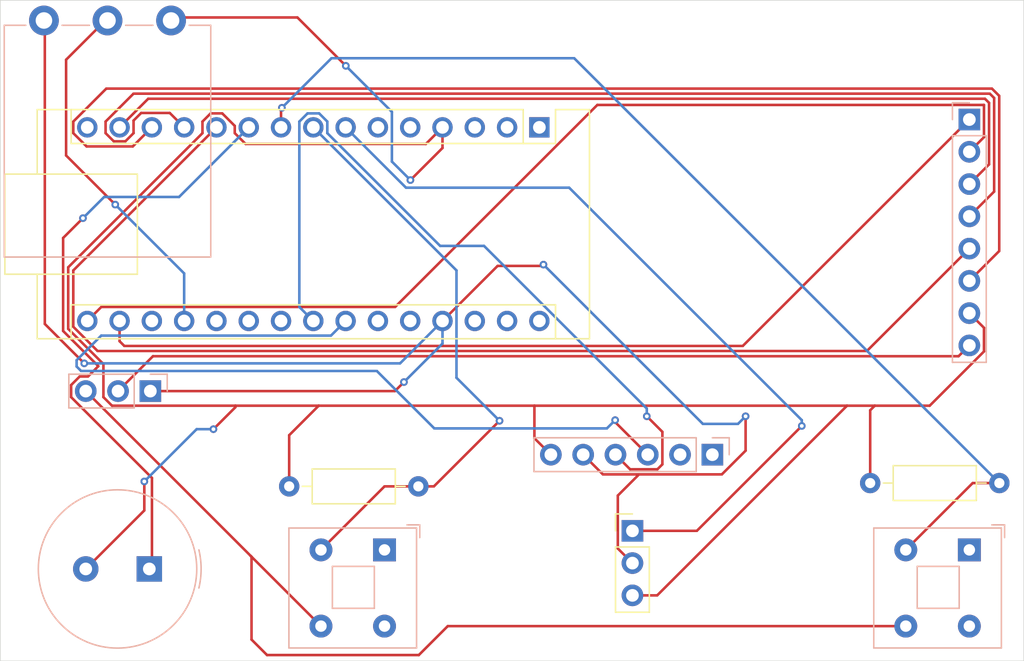
<source format=kicad_pcb>
(kicad_pcb (version 20240108) (generator "pcbnew") (generator_version "8.0")
  (layers (0 "F.Cu" signal) (31 "B.Cu" signal) (34 "B.Paste" user) (35 "F.Paste" user) (36 "B.SilkS" user "B.Silkscreen") (37 "F.SilkS" user "F.Silkscreen") (38 "B.Mask" user) (39 "F.Mask" user) (44 "Edge.Cuts" user))
  (net 0 "")
  (net 1 "Net-(A1-D5)")
  (net 4 "Net-(A1-D9)")
  (net 6 "Net-(A1-D4)")
  (net 7 "Net-(A1-+5V)")
  (net 8 "Net-(A1-D13)")
  (net 12 "Net-(BZ1--)")
  (net 13 "Net-(A1-3V3)")
  (net 15 "Net-(A1-D11)")
  (net 18 "Net-(A1-D10)")
  (net 20 "Net-(A1-D8)")
  (net 21 "Net-(A1-D6)")
  (net 22 "Net-(A1-A4)")
  (net 23 "Net-(A1-A0)")
  (net 25 "Net-(A1-A5)")
  (net 27 "Net-(A1-D7)")
  (net 31 "Net-(J2-Pin_8)")
  (footprint "Module:Arduino_Nano" (layer "F.Cu") (at 153.4 72 -90)
    (property "Reference" "A1" (hide yes))
    (property "Value" "Arduino_Nano_v3.x" (hide yes))
    (fp_line (start 3.68 42.04) (end 3.68 31.62) (stroke (width 0.12)) (layer "F.SilkS"))
    (fp_line (start 11.56 42.04) (end 3.68 42.04) (stroke (width 0.12)) (layer "F.SilkS"))
    (fp_line (start -1.4 39.5) (end 3.68 39.5) (stroke (width 0.12)) (layer "F.SilkS"))
    (fp_line (start 16.64 39.5) (end 11.56 39.5) (stroke (width 0.12)) (layer "F.SilkS"))
    (fp_line (start 16.64 39.5) (end 16.64 -3.94) (stroke (width 0.12)) (layer "F.SilkS"))
    (fp_line (start 1.27 36.83) (end -1.4 36.83) (stroke (width 0.12)) (layer "F.SilkS"))
    (fp_line (start 13.97 36.83) (end 16.64 36.83) (stroke (width 0.12)) (layer "F.SilkS"))
    (fp_line (start 3.68 31.62) (end 11.56 31.62) (stroke (width 0.12)) (layer "F.SilkS"))
    (fp_line (start 11.56 31.62) (end 11.56 42.04) (stroke (width 0.12)) (layer "F.SilkS"))
    (fp_line (start -1.4 1.27) (end -1.4 39.5) (stroke (width 0.12)) (layer "F.SilkS"))
    (fp_line (start 1.27 1.27) (end 1.27 36.83) (stroke (width 0.12)) (layer "F.SilkS"))
    (fp_line (start 1.27 1.27) (end -1.4 1.27) (stroke (width 0.12)) (layer "F.SilkS"))
    (fp_line (start 1.27 1.27) (end 1.27 -1.27) (stroke (width 0.12)) (layer "F.SilkS"))
    (fp_line (start 1.27 -1.27) (end -1.4 -1.27) (stroke (width 0.12)) (layer "F.SilkS"))
    (fp_line (start 13.97 -1.27) (end 13.97 36.83) (stroke (width 0.12)) (layer "F.SilkS"))
    (fp_line (start 13.97 -1.27) (end 16.64 -1.27) (stroke (width 0.12)) (layer "F.SilkS"))
    (fp_line (start -1.4 -3.94) (end -1.4 -1.27) (stroke (width 0.12)) (layer "F.SilkS"))
    (fp_line (start 16.64 -3.94) (end -1.4 -3.94) (stroke (width 0.12)) (layer "F.SilkS"))
    (pad "1" thru_hole rect (at 0 0 270) (size 1.6 1.6) (drill 1) (layers "*.Cu" "*.Mask"))
    (pad "2" thru_hole oval (at 0 2.54 270) (size 1.6 1.6) (drill 1) (layers "*.Cu" "*.Mask"))
    (pad "3" thru_hole oval (at 0 5.08 270) (size 1.6 1.6) (drill 1) (layers "*.Cu" "*.Mask"))
    (pad "4" thru_hole oval (at 0 7.62 270) (size 1.6 1.6) (drill 1) (layers "*.Cu" "*.Mask") (net 12 "Net-(BZ1--)"))
    (pad "5" thru_hole oval (at 0 10.16 270) (size 1.6 1.6) (drill 1) (layers "*.Cu" "*.Mask"))
    (pad "6" thru_hole oval (at 0 12.7 270) (size 1.6 1.6) (drill 1) (layers "*.Cu" "*.Mask"))
    (pad "7" thru_hole oval (at 0 15.24 270) (size 1.6 1.6) (drill 1) (layers "*.Cu" "*.Mask") (net 6 "Net-(A1-D4)"))
    (pad "8" thru_hole oval (at 0 17.78 270) (size 1.6 1.6) (drill 1) (layers "*.Cu" "*.Mask") (net 1 "Net-(A1-D5)"))
    (pad "9" thru_hole oval (at 0 20.32 270) (size 1.6 1.6) (drill 1) (layers "*.Cu" "*.Mask") (net 21 "Net-(A1-D6)"))
    (pad "10" thru_hole oval (at 0 22.86 270) (size 1.6 1.6) (drill 1) (layers "*.Cu" "*.Mask") (net 27 "Net-(A1-D7)"))
    (pad "11" thru_hole oval (at 0 25.4 270) (size 1.6 1.6) (drill 1) (layers "*.Cu" "*.Mask") (net 20 "Net-(A1-D8)"))
    (pad "12" thru_hole oval (at 0 27.94 270) (size 1.6 1.6) (drill 1) (layers "*.Cu" "*.Mask") (net 4 "Net-(A1-D9)"))
    (pad "13" thru_hole oval (at 0 30.48 270) (size 1.6 1.6) (drill 1) (layers "*.Cu" "*.Mask") (net 18 "Net-(A1-D10)"))
    (pad "14" thru_hole oval (at 0 33.02 270) (size 1.6 1.6) (drill 1) (layers "*.Cu" "*.Mask") (net 15 "Net-(A1-D11)"))
    (pad "15" thru_hole oval (at 0 35.56 270) (size 1.6 1.6) (drill 1) (layers "*.Cu" "*.Mask"))
    (pad "16" thru_hole oval (at 15.24 35.56 270) (size 1.6 1.6) (drill 1) (layers "*.Cu" "*.Mask") (net 8 "Net-(A1-D13)"))
    (pad "17" thru_hole oval (at 15.24 33.02 270) (size 1.6 1.6) (drill 1) (layers "*.Cu" "*.Mask") (net 13 "Net-(A1-3V3)"))
    (pad "18" thru_hole oval (at 15.24 30.48 270) (size 1.6 1.6) (drill 1) (layers "*.Cu" "*.Mask"))
    (pad "19" thru_hole oval (at 15.24 27.94 270) (size 1.6 1.6) (drill 1) (layers "*.Cu" "*.Mask") (net 23 "Net-(A1-A0)"))
    (pad "20" thru_hole oval (at 15.24 25.4 270) (size 1.6 1.6) (drill 1) (layers "*.Cu" "*.Mask"))
    (pad "21" thru_hole oval (at 15.24 22.86 270) (size 1.6 1.6) (drill 1) (layers "*.Cu" "*.Mask"))
    (pad "22" thru_hole oval (at 15.24 20.32 270) (size 1.6 1.6) (drill 1) (layers "*.Cu" "*.Mask"))
    (pad "23" thru_hole oval (at 15.24 17.78 270) (size 1.6 1.6) (drill 1) (layers "*.Cu" "*.Mask") (net 22 "Net-(A1-A4)"))
    (pad "24" thru_hole oval (at 15.24 15.24 270) (size 1.6 1.6) (drill 1) (layers "*.Cu" "*.Mask") (net 25 "Net-(A1-A5)"))
    (pad "25" thru_hole oval (at 15.24 12.7 270) (size 1.6 1.6) (drill 1) (layers "*.Cu" "*.Mask"))
    (pad "26" thru_hole oval (at 15.24 10.16 270) (size 1.6 1.6) (drill 1) (layers "*.Cu" "*.Mask"))
    (pad "27" thru_hole oval (at 15.24 7.62 270) (size 1.6 1.6) (drill 1) (layers "*.Cu" "*.Mask") (net 7 "Net-(A1-+5V)"))
    (pad "28" thru_hole oval (at 15.24 5.08 270) (size 1.6 1.6) (drill 1) (layers "*.Cu" "*.Mask"))
    (pad "29" thru_hole oval (at 15.24 2.54 270) (size 1.6 1.6) (drill 1) (layers "*.Cu" "*.Mask"))
    (pad "30" thru_hole oval (at 15.24 0 270) (size 1.6 1.6) (drill 1) (layers "*.Cu" "*.Mask"))
  )
  (footprint "Connector_PinHeader_2.54mm:PinHeader_1x03_P2.54mm_Vertical" (layer "F.Cu") (at 160.72 103.76)
    (property "Reference" "M1" (hide yes))
    (property "Value" "Motor_Servo" (hide yes))
    (fp_line (start -1.33 -1.33) (end 0 -1.33) (stroke (width 0.12)) (layer "F.SilkS"))
    (fp_line (start -1.33 0) (end -1.33 -1.33) (stroke (width 0.12)) (layer "F.SilkS"))
    (fp_line (start -1.33 1.27) (end -1.33 6.41) (stroke (width 0.12)) (layer "F.SilkS"))
    (fp_line (start -1.33 1.27) (end 1.33 1.27) (stroke (width 0.12)) (layer "F.SilkS"))
    (fp_line (start -1.33 6.41) (end 1.33 6.41) (stroke (width 0.12)) (layer "F.SilkS"))
    (fp_line (start 1.33 1.27) (end 1.33 6.41) (stroke (width 0.12)) (layer "F.SilkS"))
    (pad "1" thru_hole rect (at 0 0) (size 1.7 1.7) (drill 1) (layers "*.Cu" "*.Mask") (net 6 "Net-(A1-D4)"))
    (pad "2" thru_hole oval (at 0 2.54) (size 1.7 1.7) (drill 1) (layers "*.Cu" "*.Mask") (net 7 "Net-(A1-+5V)"))
    (pad "3" thru_hole oval (at 0 5.08) (size 1.7 1.7) (drill 1) (layers "*.Cu" "*.Mask") (net 12 "Net-(BZ1--)"))
  )
  (footprint "Resistor_THT:R_Axial_DIN0207_L6.3mm_D2.5mm_P10.16mm_Horizontal" (layer "F.Cu") (at 133.72 100.26)
    (property "Reference" "R2" (hide yes))
    (property "Value" "10k" (hide yes))
    (fp_line (start 1.04 0) (end 1.81 0) (stroke (width 0.12)) (layer "F.SilkS"))
    (fp_line (start 1.81 -1.37) (end 1.81 1.37) (stroke (width 0.12)) (layer "F.SilkS"))
    (fp_line (start 1.81 1.37) (end 8.35 1.37) (stroke (width 0.12)) (layer "F.SilkS"))
    (fp_line (start 8.35 -1.37) (end 1.81 -1.37) (stroke (width 0.12)) (layer "F.SilkS"))
    (fp_line (start 8.35 1.37) (end 8.35 -1.37) (stroke (width 0.12)) (layer "F.SilkS"))
    (fp_line (start 9.12 0) (end 8.35 0) (stroke (width 0.12)) (layer "F.SilkS"))
    (pad "1" thru_hole circle (at 0 0) (size 1.6 1.6) (drill 0.8) (layers "*.Cu" "*.Mask") (net 12 "Net-(BZ1--)"))
    (pad "2" thru_hole oval (at 10.16 0) (size 1.6 1.6) (drill 0.8) (layers "*.Cu" "*.Mask") (net 1 "Net-(A1-D5)"))
  )
  (footprint "Resistor_THT:R_Axial_DIN0207_L6.3mm_D2.5mm_P10.16mm_Horizontal" (layer "F.Cu") (at 179.42 100)
    (property "Reference" "R1" (hide yes))
    (property "Value" "10k" (hide yes))
    (fp_line (start 1.04 0) (end 1.81 0) (stroke (width 0.12)) (layer "F.SilkS"))
    (fp_line (start 1.81 -1.37) (end 1.81 1.37) (stroke (width 0.12)) (layer "F.SilkS"))
    (fp_line (start 1.81 1.37) (end 8.35 1.37) (stroke (width 0.12)) (layer "F.SilkS"))
    (fp_line (start 8.35 -1.37) (end 1.81 -1.37) (stroke (width 0.12)) (layer "F.SilkS"))
    (fp_line (start 8.35 1.37) (end 8.35 -1.37) (stroke (width 0.12)) (layer "F.SilkS"))
    (fp_line (start 9.12 0) (end 8.35 0) (stroke (width 0.12)) (layer "F.SilkS"))
    (pad "1" thru_hole circle (at 0 0) (size 1.6 1.6) (drill 0.8) (layers "*.Cu" "*.Mask") (net 12 "Net-(BZ1--)"))
    (pad "2" thru_hole oval (at 10.16 0) (size 1.6 1.6) (drill 0.8) (layers "*.Cu" "*.Mask") (net 21 "Net-(A1-D6)"))
  )
  (footprint "Button_Switch_THT:SW_Push_2P1T_Toggle_CK_PVA1xxH1xxxxxxV2" (layer "B.Cu") (at 187.22 105.26 180)
    (property "Reference" "backBtn1" (hide yes))
    (property "Value" "SW_Push" (hide yes))
    (fp_line (start 7.52 1.72) (end 7.52 -7.72) (stroke (width 0.12)) (layer "B.SilkS"))
    (fp_line (start 4.1 -4.6) (end 4.1 -1.3) (stroke (width 0.12)) (layer "B.SilkS"))
    (fp_line (start 0.8 -1.3) (end 4.1 -1.3) (stroke (width 0.12)) (layer "B.SilkS"))
    (fp_line (start 0.8 -4.6) (end 4.1 -4.6) (stroke (width 0.12)) (layer "B.SilkS"))
    (fp_line (start 0.8 -4.6) (end 0.8 -1.3) (stroke (width 0.12)) (layer "B.SilkS"))
    (fp_line (start -2.52 1.72) (end 7.52 1.72) (stroke (width 0.12)) (layer "B.SilkS"))
    (fp_line (start -2.52 1.72) (end -2.52 -7.72) (stroke (width 0.12)) (layer "B.SilkS"))
    (fp_line (start -2.52 -7.72) (end 7.52 -7.72) (stroke (width 0.12)) (layer "B.SilkS"))
    (fp_line (start -2.77 1.97) (end -1.77 1.97) (stroke (width 0.12)) (layer "B.SilkS"))
    (fp_line (start -2.77 1.97) (end -2.77 0.97) (stroke (width 0.12)) (layer "B.SilkS"))
    (pad "1" thru_hole rect (at 0 0 180) (size 1.8 1.8) (drill 0.9) (layers "*.Cu" "*.Mask") (net 7 "Net-(A1-+5V)"))
    (pad "2" thru_hole circle (at 5 0 180) (size 1.8 1.8) (drill 0.9) (layers "*.Cu" "*.Mask") (net 21 "Net-(A1-D6)"))
    (pad "3" thru_hole circle (at 0 -6 180) (size 1.8 1.8) (drill 0.9) (layers "*.Cu" "*.Mask"))
    (pad "4" thru_hole circle (at 5 -6 180) (size 1.8 1.8) (drill 0.9) (layers "*.Cu" "*.Mask"))
  )
  (footprint "Buzzer_Beeper:Buzzer_TDK_PS1240P02BT_D12.2mm_H6.5mm" (layer "B.Cu") (at 122.72 106.76 180)
    (property "Reference" "BZ1" (hide yes))
    (property "Value" "Buzzer" (hide yes))
    (fp_arc (start -3.9 1.5) (mid -4.073431 0) (end -3.9 -1.499999) (stroke (width 0.12)) (layer "B.SilkS"))
    (fp_circle (center 2.5 0) (end 8.73 0) (stroke (width 0.12)) (fill none) (layer "B.SilkS"))
    (pad "1" thru_hole rect (at 0 0 180) (size 2 2) (drill 1) (layers "*.Cu" "*.Mask") (net 27 "Net-(A1-D7)"))
    (pad "2" thru_hole circle (at 5 0 180) (size 2 2) (drill 1) (layers "*.Cu" "*.Mask") (net 12 "Net-(BZ1--)"))
  )
  (footprint "Button_Switch_THT:SW_Push_2P1T_Toggle_CK_PVA1xxH1xxxxxxV2" (layer "B.Cu") (at 141.22 105.26 180)
    (property "Reference" "confirmBtn1" (hide yes))
    (property "Value" "SW_Push" (hide yes))
    (fp_line (start 7.52 1.72) (end 7.52 -7.72) (stroke (width 0.12)) (layer "B.SilkS"))
    (fp_line (start 4.1 -4.6) (end 4.1 -1.3) (stroke (width 0.12)) (layer "B.SilkS"))
    (fp_line (start 0.8 -1.3) (end 4.1 -1.3) (stroke (width 0.12)) (layer "B.SilkS"))
    (fp_line (start 0.8 -4.6) (end 4.1 -4.6) (stroke (width 0.12)) (layer "B.SilkS"))
    (fp_line (start 0.8 -4.6) (end 0.8 -1.3) (stroke (width 0.12)) (layer "B.SilkS"))
    (fp_line (start -2.52 1.72) (end 7.52 1.72) (stroke (width 0.12)) (layer "B.SilkS"))
    (fp_line (start -2.52 1.72) (end -2.52 -7.72) (stroke (width 0.12)) (layer "B.SilkS"))
    (fp_line (start -2.52 -7.72) (end 7.52 -7.72) (stroke (width 0.12)) (layer "B.SilkS"))
    (fp_line (start -2.77 1.97) (end -1.77 1.97) (stroke (width 0.12)) (layer "B.SilkS"))
    (fp_line (start -2.77 1.97) (end -2.77 0.97) (stroke (width 0.12)) (layer "B.SilkS"))
    (pad "1" thru_hole rect (at 0 0 180) (size 1.8 1.8) (drill 0.9) (layers "*.Cu" "*.Mask") (net 7 "Net-(A1-+5V)"))
    (pad "2" thru_hole circle (at 5 0 180) (size 1.8 1.8) (drill 0.9) (layers "*.Cu" "*.Mask") (net 1 "Net-(A1-D5)"))
    (pad "3" thru_hole circle (at 0 -6 180) (size 1.8 1.8) (drill 0.9) (layers "*.Cu" "*.Mask"))
    (pad "4" thru_hole circle (at 5 -6 180) (size 1.8 1.8) (drill 0.9) (layers "*.Cu" "*.Mask"))
  )
  (footprint "Connector_PinSocket_2.54mm:PinSocket_1x03_P2.54mm_Vertical" (layer "B.Cu") (at 122.8 92.76 90)
    (property "Reference" "Toggle-switch1" (hide yes))
    (property "Value" "SW_SPST" (hide yes))
    (fp_line (start 1.33 -6.41) (end -1.33 -6.41) (stroke (width 0.12)) (layer "B.SilkS"))
    (fp_line (start 1.33 -6.41) (end 1.33 -1.27) (stroke (width 0.12)) (layer "B.SilkS"))
    (fp_line (start -1.33 -6.41) (end -1.33 -1.27) (stroke (width 0.12)) (layer "B.SilkS"))
    (fp_line (start 1.33 -1.27) (end -1.33 -1.27) (stroke (width 0.12)) (layer "B.SilkS"))
    (fp_line (start 1.33 0) (end 1.33 1.33) (stroke (width 0.12)) (layer "B.SilkS"))
    (fp_line (start 1.33 1.33) (end 0 1.33) (stroke (width 0.12)) (layer "B.SilkS"))
    (pad "1" thru_hole rect (at 0 0 90) (size 1.7 1.7) (drill 1) (layers "*.Cu" "*.Mask") (net 7 "Net-(A1-+5V)"))
    (pad "2" thru_hole oval (at 0 -2.54 90) (size 1.7 1.7) (drill 1) (layers "*.Cu" "*.Mask") (net 31 "Net-(J2-Pin_8)"))
    (pad "3" thru_hole oval (at 0 -5.08 90) (size 1.7 1.7) (drill 1) (layers "*.Cu" "*.Mask"))
  )
  (footprint "Potentiometer_THT:Potentiometer_Piher_PC-16_Single_Vertical" (layer "B.Cu") (at 124.4308 63.5876 -90)
    (property "Reference" "RV1" (hide yes))
    (property "Value" "Potmeter-10k" (hide yes))
    (fp_line (start 18.62 13.12) (end 0.38 13.12) (stroke (width 0.12)) (layer "B.SilkS"))
    (fp_line (start 0.38 11.426) (end 0.38 13.12) (stroke (width 0.12)) (layer "B.SilkS"))
    (fp_line (start 0.38 6.425) (end 0.38 8.574) (stroke (width 0.12)) (layer "B.SilkS"))
    (fp_line (start 0.38 1.425) (end 0.38 3.575) (stroke (width 0.12)) (layer "B.SilkS"))
    (fp_line (start 0.38 -3.12) (end 0.38 -1.425) (stroke (width 0.12)) (layer "B.SilkS"))
    (fp_line (start 18.62 -3.12) (end 18.62 13.12) (stroke (width 0.12)) (layer "B.SilkS"))
    (fp_line (start 18.62 -3.12) (end 0.38 -3.12) (stroke (width 0.12)) (layer "B.SilkS"))
    (pad "1" thru_hole circle (at 0 0 270) (size 2.34 2.34) (drill 1.3) (layers "*.Cu" "*.Mask") (net 12 "Net-(BZ1--)"))
    (pad "2" thru_hole circle (at 0 5 270) (size 2.34 2.34) (drill 1.3) (layers "*.Cu" "*.Mask") (net 23 "Net-(A1-A0)"))
    (pad "3" thru_hole circle (at 0 10 270) (size 2.34 2.34) (drill 1.3) (layers "*.Cu" "*.Mask") (net 7 "Net-(A1-+5V)"))
  )
  (footprint "Connector_PinSocket_2.54mm:PinSocket_1x08_P2.54mm_Vertical" (layer "B.Cu") (at 187.22 71.385 180)
    (property "Reference" "J2" (hide yes))
    (property "Value" "1.8\"TFT-screen-socket" (hide yes))
    (fp_line (start 1.33 1.33) (end 0 1.33) (stroke (width 0.12)) (layer "B.SilkS"))
    (fp_line (start 1.33 0) (end 1.33 1.33) (stroke (width 0.12)) (layer "B.SilkS"))
    (fp_line (start 1.33 -1.27) (end -1.33 -1.27) (stroke (width 0.12)) (layer "B.SilkS"))
    (fp_line (start 1.33 -19.11) (end 1.33 -1.27) (stroke (width 0.12)) (layer "B.SilkS"))
    (fp_line (start 1.33 -19.11) (end -1.33 -19.11) (stroke (width 0.12)) (layer "B.SilkS"))
    (fp_line (start -1.33 -19.11) (end -1.33 -1.27) (stroke (width 0.12)) (layer "B.SilkS"))
    (pad "1" thru_hole rect (at 0 0 180) (size 1.7 1.7) (drill 1) (layers "*.Cu" "*.Mask") (net 13 "Net-(A1-3V3)"))
    (pad "2" thru_hole oval (at 0 -2.54 180) (size 1.7 1.7) (drill 1) (layers "*.Cu" "*.Mask") (net 8 "Net-(A1-D13)"))
    (pad "3" thru_hole oval (at 0 -5.08 180) (size 1.7 1.7) (drill 1) (layers "*.Cu" "*.Mask") (net 15 "Net-(A1-D11)"))
    (pad "4" thru_hole oval (at 0 -7.62 180) (size 1.7 1.7) (drill 1) (layers "*.Cu" "*.Mask") (net 4 "Net-(A1-D9)"))
    (pad "5" thru_hole oval (at 0 -10.16 180) (size 1.7 1.7) (drill 1) (layers "*.Cu" "*.Mask") (net 20 "Net-(A1-D8)"))
    (pad "6" thru_hole oval (at 0 -12.7 180) (size 1.7 1.7) (drill 1) (layers "*.Cu" "*.Mask") (net 18 "Net-(A1-D10)"))
    (pad "7" thru_hole oval (at 0 -15.24 180) (size 1.7 1.7) (drill 1) (layers "*.Cu" "*.Mask") (net 12 "Net-(BZ1--)"))
    (pad "8" thru_hole oval (at 0 -17.78 180) (size 1.7 1.7) (drill 1) (layers "*.Cu" "*.Mask") (net 31 "Net-(J2-Pin_8)"))
  )
  (footprint "Connector_PinSocket_2.54mm:PinSocket_1x06_P2.54mm_Vertical" (layer "B.Cu") (at 167.005 97.765 90)
    (property "Reference" "J3" (hide yes))
    (property "Value" "RTC-module" (hide yes))
    (fp_line (start 1.33 -14.03) (end -1.33 -14.03) (stroke (width 0.12)) (layer "B.SilkS"))
    (fp_line (start 1.33 -14.03) (end 1.33 -1.27) (stroke (width 0.12)) (layer "B.SilkS"))
    (fp_line (start -1.33 -14.03) (end -1.33 -1.27) (stroke (width 0.12)) (layer "B.SilkS"))
    (fp_line (start 1.33 -1.27) (end -1.33 -1.27) (stroke (width 0.12)) (layer "B.SilkS"))
    (fp_line (start 1.33 0) (end 1.33 1.33) (stroke (width 0.12)) (layer "B.SilkS"))
    (fp_line (start 1.33 1.33) (end 0 1.33) (stroke (width 0.12)) (layer "B.SilkS"))
    (pad "1" thru_hole rect (at 0 0 90) (size 1.7 1.7) (drill 1) (layers "*.Cu" "*.Mask"))
    (pad "2" thru_hole oval (at 0 -2.54 90) (size 1.7 1.7) (drill 1) (layers "*.Cu" "*.Mask"))
    (pad "3" thru_hole oval (at 0 -5.08 90) (size 1.7 1.7) (drill 1) (layers "*.Cu" "*.Mask") (net 25 "Net-(A1-A5)"))
    (pad "4" thru_hole oval (at 0 -7.62 90) (size 1.7 1.7) (drill 1) (layers "*.Cu" "*.Mask") (net 22 "Net-(A1-A4)"))
    (pad "5" thru_hole oval (at 0 -10.16 90) (size 1.7 1.7) (drill 1) (layers "*.Cu" "*.Mask") (net 7 "Net-(A1-+5V)"))
    (pad "6" thru_hole oval (at 0 -12.7 90) (size 1.7 1.7) (drill 1) (layers "*.Cu" "*.Mask") (net 12 "Net-(BZ1--)"))
  )
  (gr_rect (start 111 62) (end 191.5 114) (stroke (width 0.05)) (fill none) (layer "Edge.Cuts"))
  (segment (start 131.9784 113.538) (end 130.7592 112.3188) (width 0.2) (layer "F.Cu") (net 0))
  (segment (start 136.22 111.26) (end 130.6916 105.7316) (width 0.2) (layer "F.Cu") (net 0))
  (segment (start 130.7592 105.7992) (end 130.6916 105.7316) (width 0.2) (layer "F.Cu") (net 0))
  (segment (start 143.9164 113.538) (end 131.9784 113.538) (width 0.2) (layer "F.Cu") (net 0))
  (segment (start 130.7592 112.3188) (end 130.7592 105.7992) (width 0.2) (layer "F.Cu") (net 0))
  (segment (start 182.22 111.26) (end 146.1944 111.26) (width 0.2) (layer "F.Cu") (net 0))
  (segment (start 146.1944 111.26) (end 143.9164 113.538) (width 0.2) (layer "F.Cu") (net 0))
  (segment (start 130.6916 105.7316) (end 117.72 92.76) (width 0.2) (layer "F.Cu") (net 0))
  (segment (start 141.22 100.26) (end 136.22 105.26) (width 0.2) (layer "F.Cu") (net 1))
  (segment (start 145.104 100.26) (end 150.2664 95.0976) (width 0.2) (layer "F.Cu") (net 1))
  (segment (start 143.88 100.26) (end 145.104 100.26) (width 0.2) (layer "F.Cu") (net 1))
  (segment (start 143.88 100.26) (end 141.22 100.26) (width 0.2) (layer "F.Cu") (net 1))
  (via (at 150.2664 95.0976) (size 0.6) (drill 0.3) (layers "F.Cu" "B.Cu") (net 1))
  (segment (start 150.2664 95.0976) (end 146.88 91.7112) (width 0.2) (layer "B.Cu") (net 1))
  (segment (start 146.88 83.26) (end 135.62 72) (width 0.2) (layer "B.Cu") (net 1))
  (segment (start 146.88 91.7112) (end 146.88 83.26) (width 0.2) (layer "B.Cu") (net 1))
  (segment (start 122.079686 70.866) (end 124.326 70.866) (width 0.2) (layer "F.Cu") (net 4))
  (segment (start 188.83 69.3484) (end 121.475965 69.3484) (width 0.2) (layer "F.Cu") (net 4))
  (segment (start 119.28 71.544365) (end 119.28 72.455635) (width 0.2) (layer "F.Cu") (net 4))
  (segment (start 119.924365 73.1) (end 120.835635 73.1) (width 0.2) (layer "F.Cu") (net 4))
  (segment (start 124.326 70.866) (end 125.46 72) (width 0.2) (layer "F.Cu") (net 4))
  (segment (start 120.835635 73.1) (end 121.48 72.455635) (width 0.2) (layer "F.Cu") (net 4))
  (segment (start 121.475965 69.3484) (end 119.28 71.544365) (width 0.2) (layer "F.Cu") (net 4))
  (segment (start 121.48 72.455635) (end 121.48 71.465686) (width 0.2) (layer "F.Cu") (net 4))
  (segment (start 189.17 69.6884) (end 188.83 69.3484) (width 0.2) (layer "F.Cu") (net 4))
  (segment (start 119.28 72.455635) (end 119.924365 73.1) (width 0.2) (layer "F.Cu") (net 4))
  (segment (start 189.17 77.055) (end 189.17 69.6884) (width 0.2) (layer "F.Cu") (net 4))
  (segment (start 121.48 71.465686) (end 122.079686 70.866) (width 0.2) (layer "F.Cu") (net 4))
  (segment (start 187.22 79.005) (end 189.17 77.055) (width 0.2) (layer "F.Cu") (net 4))
  (segment (start 165.7848 103.76) (end 174.0408 95.504) (width 0.2) (layer "F.Cu") (net 6))
  (segment (start 160.72 103.76) (end 165.7848 103.76) (width 0.2) (layer "F.Cu") (net 6))
  (via (at 174.0408 95.504) (size 0.6) (drill 0.3) (layers "F.Cu" "B.Cu") (net 6))
  (segment (start 155.7432 76.7492) (end 142.9092 76.7492) (width 0.2) (layer "B.Cu") (net 6))
  (segment (start 174.0408 95.504) (end 174.0408 95.0468) (width 0.2) (layer "B.Cu") (net 6))
  (segment (start 142.9092 76.7492) (end 138.16 72) (width 0.2) (layer "B.Cu") (net 6))
  (segment (start 174.0408 95.0468) (end 155.7432 76.7492) (width 0.2) (layer "B.Cu") (net 6))
  (segment (start 159.57 105.15) (end 159.57 100.9842) (width 0.2) (layer "F.Cu") (net 7))
  (segment (start 167.755 99.315) (end 169.6212 97.4488) (width 0.2) (layer "F.Cu") (net 7))
  (segment (start 114.5 63.35) (end 114.5 87.4744) (width 0.2) (layer "F.Cu") (net 7))
  (segment (start 114.5 87.4744) (end 117.602 90.5764) (width 0.2) (layer "F.Cu") (net 7))
  (segment (start 160.72 106.3) (end 159.57 105.15) (width 0.2) (layer "F.Cu") (net 7))
  (segment (start 153.7208 82.804) (end 153.6192 82.9056) (width 0.2) (layer "F.Cu") (net 7))
  (segment (start 156.845 97.765) (end 158.395 99.315) (width 0.2) (layer "F.Cu") (net 7))
  (segment (start 153.6192 82.9056) (end 150.1144 82.9056) (width 0.2) (layer "F.Cu") (net 7))
  (segment (start 150.1144 82.9056) (end 145.78 87.24) (width 0.2) (layer "F.Cu") (net 7))
  (segment (start 159.57 100.9842) (end 161.2392 99.315) (width 0.2) (layer "F.Cu") (net 7))
  (segment (start 142.0376 92.76) (end 142.748 92.0496) (width 0.2) (layer "F.Cu") (net 7))
  (segment (start 122.8 92.76) (end 142.0376 92.76) (width 0.2) (layer "F.Cu") (net 7))
  (segment (start 169.6212 97.4488) (end 169.6212 94.742) (width 0.2) (layer "F.Cu") (net 7))
  (segment (start 161.2392 99.315) (end 167.755 99.315) (width 0.2) (layer "F.Cu") (net 7))
  (segment (start 158.395 99.315) (end 161.2392 99.315) (width 0.2) (layer "F.Cu") (net 7))
  (via (at 169.6212 94.742) (size 0.6) (drill 0.3) (layers "F.Cu" "B.Cu") (net 7))
  (via (at 142.748 92.0496) (size 0.6) (drill 0.3) (layers "F.Cu" "B.Cu") (net 7))
  (via (at 153.7208 82.804) (size 0.6) (drill 0.3) (layers "F.Cu" "B.Cu") (net 7))
  (via (at 117.602 90.5764) (size 0.6) (drill 0.3) (layers "F.Cu" "B.Cu") (net 7))
  (segment (start 145.78 89.0176) (end 145.78 87.24) (width 0.2) (layer "B.Cu") (net 7))
  (segment (start 166.2588 95.342) (end 153.7208 82.804) (width 0.2) (layer "B.Cu") (net 7))
  (segment (start 169.0212 95.342) (end 166.2588 95.342) (width 0.2) (layer "B.Cu") (net 7))
  (segment (start 169.6212 94.742) (end 169.0212 95.342) (width 0.2) (layer "B.Cu") (net 7))
  (segment (start 117.602 90.5764) (end 142.4436 90.5764) (width 0.2) (layer "B.Cu") (net 7))
  (segment (start 142.4436 90.5764) (end 145.78 87.24) (width 0.2) (layer "B.Cu") (net 7))
  (segment (start 142.748 92.0496) (end 145.78 89.0176) (width 0.2) (layer "B.Cu") (net 7))
  (segment (start 142.0536 86.14) (end 118.94 86.14) (width 0.2) (layer "F.Cu") (net 8))
  (segment (start 187.22 73.925) (end 188.37 72.775) (width 0.2) (layer "F.Cu") (net 8))
  (segment (start 188.37 70.235) (end 157.9586 70.235) (width 0.2) (layer "F.Cu") (net 8))
  (segment (start 118.94 86.14) (end 117.84 87.24) (width 0.2) (layer "F.Cu") (net 8))
  (segment (start 188.37 72.775) (end 188.37 70.235) (width 0.2) (layer "F.Cu") (net 8))
  (segment (start 157.9586 70.235) (end 142.0536 86.14) (width 0.2) (layer "F.Cu") (net 8))
  (segment (start 116.34 83.015635) (end 126.9 72.455635) (width 0.2) (layer "F.Cu") (net 12))
  (segment (start 188.37 89.641346) (end 184.101346 93.91) (width 0.2) (layer "F.Cu") (net 12))
  (segment (start 187.22 86.625) (end 188.37 87.775) (width 0.2) (layer "F.Cu") (net 12))
  (segment (start 129.44 71.884365) (end 129.44 72.455635) (width 0.2) (layer "F.Cu") (net 12))
  (segment (start 136.0424 93.91) (end 129.4892 93.91) (width 0.2) (layer "F.Cu") (net 12))
  (segment (start 133.72 100.26) (end 133.72 96.2324) (width 0.2) (layer "F.Cu") (net 12))
  (segment (start 129.44 72.455635) (end 130.288765 73.3044) (width 0.2) (layer "F.Cu") (net 12))
  (segment (start 126.9 71.544365) (end 127.544365 70.9) (width 0.2) (layer "F.Cu") (net 12))
  (segment (start 154.305 97.765) (end 153.0096 96.4696) (width 0.2) (layer "F.Cu") (net 12))
  (segment (start 153.0096 96.4696) (end 153.0096 93.91) (width 0.2) (layer "F.Cu") (net 12))
  (segment (start 177.5968 93.91) (end 153.0096 93.91) (width 0.2) (layer "F.Cu") (net 12))
  (segment (start 116.34 87.861321) (end 116.34 83.015635) (width 0.2) (layer "F.Cu") (net 12))
  (segment (start 179.42 94.2712) (end 179.7812 93.91) (width 0.2) (layer "F.Cu") (net 12))
  (segment (start 127.544365 70.9) (end 128.455635 70.9) (width 0.2) (layer "F.Cu") (net 12))
  (segment (start 130.288765 73.3044) (end 144.4756 73.3044) (width 0.2) (layer "F.Cu") (net 12))
  (segment (start 119.11 90.631321) (end 116.34 87.861321) (width 0.2) (layer "F.Cu") (net 12))
  (segment (start 179.42 100) (end 179.42 94.2712) (width 0.2) (layer "F.Cu") (net 12))
  (segment (start 129.4892 94.0308) (end 129.4892 93.91) (width 0.2) (layer "F.Cu") (net 12))
  (segment (start 129.4892 93.91) (end 119.783654 93.91) (width 0.2) (layer "F.Cu") (net 12))
  (segment (start 179.7812 93.91) (end 177.5968 93.91) (width 0.2) (layer "F.Cu") (net 12))
  (segment (start 133.72 96.2324) (end 136.0424 93.91) (width 0.2) (layer "F.Cu") (net 12))
  (segment (start 119.783654 93.91) (end 119.11 93.236346) (width 0.2) (layer "F.Cu") (net 12))
  (segment (start 145.78 73.6252) (end 145.78 72) (width 0.2) (layer "F.Cu") (net 12))
  (segment (start 127.762 95.758) (end 129.4892 94.0308) (width 0.2) (layer "F.Cu") (net 12))
  (segment (start 162.6668 108.84) (end 177.5968 93.91) (width 0.2) (layer "F.Cu") (net 12))
  (segment (start 126.9 72.455635) (end 126.9 71.544365) (width 0.2) (layer "F.Cu") (net 12))
  (segment (start 184.101346 93.91) (end 179.7812 93.91) (width 0.2) (layer "F.Cu") (net 12))
  (segment (start 144.4756 73.3044) (end 145.78 72) (width 0.2) (layer "F.Cu") (net 12))
  (segment (start 153.0096 93.91) (end 136.0424 93.91) (width 0.2) (layer "F.Cu") (net 12))
  (segment (start 124.5 63.35) (end 134.3684 63.35) (width 0.2) (layer "F.Cu") (net 12))
  (segment (start 160.72 108.84) (end 162.6668 108.84) (width 0.2) (layer "F.Cu") (net 12))
  (segment (start 143.256 76.1492) (end 145.78 73.6252) (width 0.2) (layer "F.Cu") (net 12))
  (segment (start 122.3264 102.1536) (end 122.3264 99.8728) (width 0.2) (layer "F.Cu") (net 12))
  (segment (start 188.37 87.775) (end 188.37 89.641346) (width 0.2) (layer "F.Cu") (net 12))
  (segment (start 134.3684 63.35) (end 138.176 67.1576) (width 0.2) (layer "F.Cu") (net 12))
  (segment (start 117.72 106.76) (end 122.3264 102.1536) (width 0.2) (layer "F.Cu") (net 12))
  (segment (start 119.11 93.236346) (end 119.11 90.631321) (width 0.2) (layer "F.Cu") (net 12))
  (segment (start 128.455635 70.9) (end 129.44 71.884365) (width 0.2) (layer "F.Cu") (net 12))
  (via (at 122.3264 99.8728) (size 0.6) (drill 0.3) (layers "F.Cu" "B.Cu") (net 12))
  (via (at 138.176 67.1576) (size 0.6) (drill 0.3) (layers "F.Cu" "B.Cu") (net 12))
  (via (at 127.762 95.758) (size 0.6) (drill 0.3) (layers "F.Cu" "B.Cu") (net 12))
  (via (at 143.256 76.1492) (size 0.6) (drill 0.3) (layers "F.Cu" "B.Cu") (net 12))
  (segment (start 126.4412 95.758) (end 127.762 95.758) (width 0.2) (layer "B.Cu") (net 12))
  (segment (start 141.8 70.7816) (end 141.8 74.6932) (width 0.2) (layer "B.Cu") (net 12))
  (segment (start 122.3264 99.8728) (end 126.4412 95.758) (width 0.2) (layer "B.Cu") (net 12))
  (segment (start 138.176 67.1576) (end 141.8 70.7816) (width 0.2) (layer "B.Cu") (net 12))
  (segment (start 141.8 74.6932) (end 143.256 76.1492) (width 0.2) (layer "B.Cu") (net 12))
  (segment (start 187.22 71.385) (end 169.4002 89.2048) (width 0.2) (layer "F.Cu") (net 13))
  (segment (start 169.4002 89.2048) (end 120.7516 89.2048) (width 0.2) (layer "F.Cu") (net 13))
  (segment (start 120.7516 89.2048) (end 120.38 88.8332) (width 0.2) (layer "F.Cu") (net 13))
  (segment (start 120.38 88.8332) (end 120.38 87.24) (width 0.2) (layer "F.Cu") (net 13))
  (segment (start 188.77 74.915) (end 188.77 70.069315) (width 0.2) (layer "F.Cu") (net 15))
  (segment (start 188.77 70.069315) (end 188.449085 69.7484) (width 0.2) (layer "F.Cu") (net 15))
  (segment (start 122.6316 69.7484) (end 120.38 72) (width 0.2) (layer "F.Cu") (net 15))
  (segment (start 187.22 76.465) (end 188.77 74.915) (width 0.2) (layer "F.Cu") (net 15))
  (segment (start 188.449085 69.7484) (end 122.6316 69.7484) (width 0.2) (layer "F.Cu") (net 15))
  (segment (start 116.74 71.544365) (end 116.74 72.455635) (width 0.2) (layer "F.Cu") (net 18))
  (segment (start 117.784365 73.5) (end 121.42 73.5) (width 0.2) (layer "F.Cu") (net 18))
  (segment (start 116.74 72.455635) (end 117.784365 73.5) (width 0.2) (layer "F.Cu") (net 18))
  (segment (start 188.995686 68.9484) (end 119.335965 68.9484) (width 0.2) (layer "F.Cu") (net 18))
  (segment (start 189.57 81.735) (end 189.57 69.522714) (width 0.2) (layer "F.Cu") (net 18))
  (segment (start 121.42 73.5) (end 122.92 72) (width 0.2) (layer "F.Cu") (net 18))
  (segment (start 187.22 84.085) (end 189.57 81.735) (width 0.2) (layer "F.Cu") (net 18))
  (segment (start 119.335965 68.9484) (end 116.74 71.544365) (width 0.2) (layer "F.Cu") (net 18))
  (segment (start 189.57 69.522714) (end 188.995686 68.9484) (width 0.2) (layer "F.Cu") (net 18))
  (segment (start 187.22 81.545) (end 179.1602 89.6048) (width 0.2) (layer "F.Cu") (net 20))
  (segment (start 118.649165 89.6048) (end 116.74 87.695635) (width 0.2) (layer "F.Cu") (net 20))
  (segment (start 179.1602 89.6048) (end 118.649165 89.6048) (width 0.2) (layer "F.Cu") (net 20))
  (segment (start 116.74 83.26) (end 128 72) (width 0.2) (layer "F.Cu") (net 20))
  (segment (start 116.74 87.695635) (end 116.74 83.26) (width 0.2) (layer "F.Cu") (net 20))
  (segment (start 133.08 70.5264) (end 133.1468 70.4596) (width 0.2) (layer "F.Cu") (net 21))
  (segment (start 133.08 72) (end 133.08 70.5264) (width 0.2) (layer "F.Cu") (net 21))
  (segment (start 189.58 100) (end 187.48 100) (width 0.2) (layer "F.Cu") (net 21))
  (segment (start 187.48 100) (end 182.22 105.26) (width 0.2) (layer "F.Cu") (net 21))
  (via (at 133.1468 70.4596) (size 0.6) (drill 0.3) (layers "F.Cu" "B.Cu") (net 21))
  (segment (start 133.1468 70.4596) (end 137.0488 66.5576) (width 0.2) (layer "B.Cu") (net 21))
  (segment (start 137.0488 66.5576) (end 156.1376 66.5576) (width 0.2) (layer "B.Cu") (net 21))
  (segment (start 156.1376 66.5576) (end 189.58 100) (width 0.2) (layer "B.Cu") (net 21))
  (segment (start 159.385 97.765) (end 160.535 98.915) (width 0.2) (layer "F.Cu") (net 22))
  (segment (start 163.075 95.9682) (end 161.8488 94.742) (width 0.2) (layer "F.Cu") (net 22))
  (segment (start 162.684132 98.915) (end 163.075 98.524132) (width 0.2) (layer "F.Cu") (net 22))
  (segment (start 163.075 98.524132) (end 163.075 95.9682) (width 0.2) (layer "F.Cu") (net 22))
  (segment (start 160.535 98.915) (end 162.684132 98.915) (width 0.2) (layer "F.Cu") (net 22))
  (via (at 161.8488 94.742) (size 0.6) (drill 0.3) (layers "F.Cu" "B.Cu") (net 22))
  (segment (start 136.72 72.455635) (end 136.72 71.544365) (width 0.2) (layer "B.Cu") (net 22))
  (segment (start 161.8488 94.133165) (end 149.046435 81.3308) (width 0.2) (layer "B.Cu") (net 22))
  (segment (start 145.595165 81.3308) (end 136.72 72.455635) (width 0.2) (layer "B.Cu") (net 22))
  (segment (start 134.52 71.544365) (end 134.52 86.14) (width 0.2) (layer "B.Cu") (net 22))
  (segment (start 149.046435 81.3308) (end 145.595165 81.3308) (width 0.2) (layer "B.Cu") (net 22))
  (segment (start 161.8488 94.742) (end 161.8488 94.133165) (width 0.2) (layer "B.Cu") (net 22))
  (segment (start 135.164365 70.9) (end 134.52 71.544365) (width 0.2) (layer "B.Cu") (net 22))
  (segment (start 134.52 86.14) (end 135.62 87.24) (width 0.2) (layer "B.Cu") (net 22))
  (segment (start 136.075635 70.9) (end 135.164365 70.9) (width 0.2) (layer "B.Cu") (net 22))
  (segment (start 136.72 71.544365) (end 136.075635 70.9) (width 0.2) (layer "B.Cu") (net 22))
  (segment (start 116.174315 74.213515) (end 120.0404 78.0796) (width 0.2) (layer "F.Cu") (net 23))
  (segment (start 116.174315 66.675685) (end 116.174315 74.213515) (width 0.2) (layer "F.Cu") (net 23))
  (segment (start 119.5 63.35) (end 116.174315 66.675685) (width 0.2) (layer "F.Cu") (net 23))
  (via (at 120.0404 78.0796) (size 0.6) (drill 0.3) (layers "F.Cu" "B.Cu") (net 23))
  (segment (start 120.0404 78.0796) (end 125.46 83.4992) (width 0.2) (layer "B.Cu") (net 23))
  (segment (start 125.46 83.4992) (end 125.46 87.24) (width 0.2) (layer "B.Cu") (net 23))
  (segment (start 159.3596 95.1996) (end 159.3596 95.0468) (width 0.2) (layer "F.Cu") (net 25))
  (segment (start 161.925 97.765) (end 159.3596 95.1996) (width 0.2) (layer "F.Cu") (net 25))
  (via (at 159.3596 95.0468) (size 0.6) (drill 0.3) (layers "F.Cu" "B.Cu") (net 25))
  (segment (start 117.002 90.327871) (end 118.937871 88.392) (width 0.2) (layer "B.Cu") (net 25))
  (segment (start 137.008 88.392) (end 138.16 87.24) (width 0.2) (layer "B.Cu") (net 25))
  (segment (start 158.7088 95.6976) (end 145.1356 95.6976) (width 0.2) (layer "B.Cu") (net 25))
  (segment (start 159.3596 95.0468) (end 158.7088 95.6976) (width 0.2) (layer "B.Cu") (net 25))
  (segment (start 118.937871 88.392) (end 137.008 88.392) (width 0.2) (layer "B.Cu") (net 25))
  (segment (start 140.6144 91.1764) (end 117.353471 91.1764) (width 0.2) (layer "B.Cu") (net 25))
  (segment (start 117.353471 91.1764) (end 117.002 90.824929) (width 0.2) (layer "B.Cu") (net 25))
  (segment (start 145.1356 95.6976) (end 140.6144 91.1764) (width 0.2) (layer "B.Cu") (net 25))
  (segment (start 117.002 90.824929) (end 117.002 90.327871) (width 0.2) (layer "B.Cu") (net 25))
  (segment (start 117.243654 91.61) (end 117.897007 91.61) (width 0.2) (layer "F.Cu") (net 27))
  (segment (start 115.94 80.7068) (end 117.5004 79.1464) (width 0.2) (layer "F.Cu") (net 27))
  (segment (start 115.94 88.027007) (end 115.94 80.7068) (width 0.2) (layer "F.Cu") (net 27))
  (segment (start 122.9264 106.5536) (end 122.9264 99.592746) (width 0.2) (layer "F.Cu") (net 27))
  (segment (start 118.71 90.797007) (end 115.94 88.027007) (width 0.2) (layer "F.Cu") (net 27))
  (segment (start 117.897007 91.61) (end 118.71 90.797007) (width 0.2) (layer "F.Cu") (net 27))
  (segment (start 116.57 93.236346) (end 116.57 92.283654) (width 0.2) (layer "F.Cu") (net 27))
  (segment (start 116.57 92.283654) (end 117.243654 91.61) (width 0.2) (layer "F.Cu") (net 27))
  (segment (start 122.72 106.76) (end 122.9264 106.5536) (width 0.2) (layer "F.Cu") (net 27))
  (segment (start 122.9264 99.592746) (end 116.57 93.236346) (width 0.2) (layer "F.Cu") (net 27))
  (via (at 117.5004 79.1464) (size 0.6) (drill 0.3) (layers "F.Cu" "B.Cu") (net 27))
  (segment (start 125.0604 77.4796) (end 130.54 72) (width 0.2) (layer "B.Cu") (net 27))
  (segment (start 119.1672 77.4796) (end 125.0604 77.4796) (width 0.2) (layer "B.Cu") (net 27))
  (segment (start 117.5004 79.1464) (end 119.1672 77.4796) (width 0.2) (layer "B.Cu") (net 27))
  (segment (start 186.37 90.015) (end 123.005 90.015) (width 0.2) (layer "F.Cu") (net 31))
  (segment (start 123.005 90.015) (end 120.26 92.76) (width 0.2) (layer "F.Cu") (net 31))
  (segment (start 187.22 89.165) (end 186.37 90.015) (width 0.2) (layer "F.Cu") (net 31))
)
</source>
